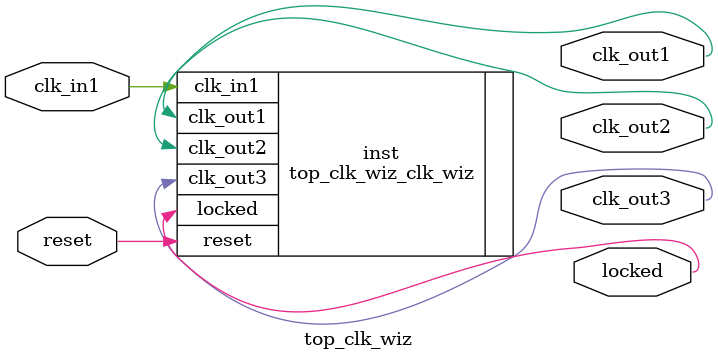
<source format=v>


`timescale 1ps/1ps

(* CORE_GENERATION_INFO = "top_clk_wiz,clk_wiz_v6_0_0_0,{component_name=top_clk_wiz,use_phase_alignment=true,use_min_o_jitter=false,use_max_i_jitter=false,use_dyn_phase_shift=false,use_inclk_switchover=false,use_dyn_reconfig=false,enable_axi=0,feedback_source=FDBK_AUTO,PRIMITIVE=MMCM,num_out_clk=3,clkin1_period=20.000,clkin2_period=10.0,use_power_down=false,use_reset=true,use_locked=true,use_inclk_stopped=false,feedback_type=SINGLE,CLOCK_MGR_TYPE=NA,manual_override=false}" *)

module top_clk_wiz 
 (
  // Clock out ports
  output        clk_out1,
  output        clk_out2,
  output        clk_out3,
  // Status and control signals
  input         reset,
  output        locked,
 // Clock in ports
  input         clk_in1
 );

  top_clk_wiz_clk_wiz inst
  (
  // Clock out ports  
  .clk_out1(clk_out1),
  .clk_out2(clk_out2),
  .clk_out3(clk_out3),
  // Status and control signals               
  .reset(reset), 
  .locked(locked),
 // Clock in ports
  .clk_in1(clk_in1)
  );

endmodule

</source>
